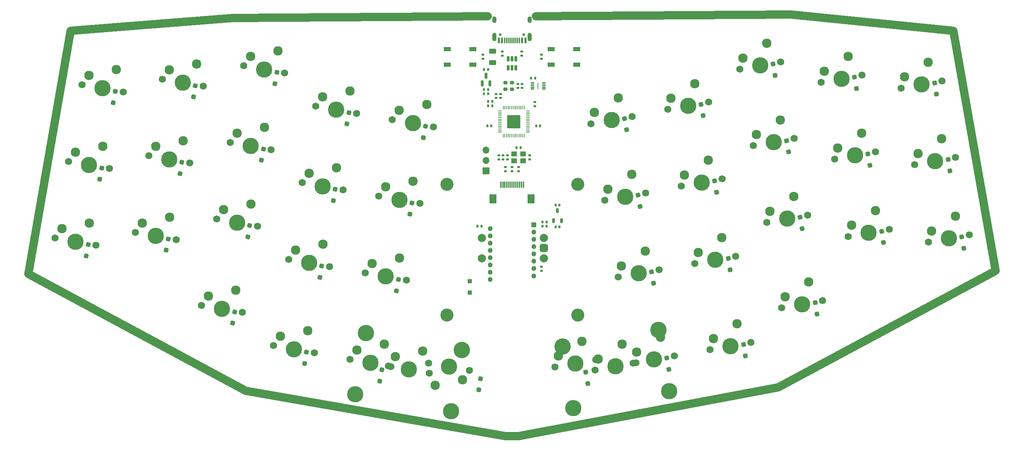
<source format=gbr>
%TF.GenerationSoftware,KiCad,Pcbnew,8.0.8*%
%TF.CreationDate,2025-05-06T21:02:24+02:00*%
%TF.ProjectId,Le Chisoffre,4c652043-6869-4736-9f66-6672652e6b69,rev?*%
%TF.SameCoordinates,Original*%
%TF.FileFunction,Soldermask,Bot*%
%TF.FilePolarity,Negative*%
%FSLAX46Y46*%
G04 Gerber Fmt 4.6, Leading zero omitted, Abs format (unit mm)*
G04 Created by KiCad (PCBNEW 8.0.8) date 2025-05-06 21:02:24*
%MOMM*%
%LPD*%
G01*
G04 APERTURE LIST*
G04 Aperture macros list*
%AMRoundRect*
0 Rectangle with rounded corners*
0 $1 Rounding radius*
0 $2 $3 $4 $5 $6 $7 $8 $9 X,Y pos of 4 corners*
0 Add a 4 corners polygon primitive as box body*
4,1,4,$2,$3,$4,$5,$6,$7,$8,$9,$2,$3,0*
0 Add four circle primitives for the rounded corners*
1,1,$1+$1,$2,$3*
1,1,$1+$1,$4,$5*
1,1,$1+$1,$6,$7*
1,1,$1+$1,$8,$9*
0 Add four rect primitives between the rounded corners*
20,1,$1+$1,$2,$3,$4,$5,0*
20,1,$1+$1,$4,$5,$6,$7,0*
20,1,$1+$1,$6,$7,$8,$9,0*
20,1,$1+$1,$8,$9,$2,$3,0*%
G04 Aperture macros list end*
%ADD10C,2.000000*%
%ADD11C,1.750000*%
%ADD12C,3.987800*%
%ADD13C,2.300000*%
%ADD14C,2.000000*%
%ADD15RoundRect,0.500000X0.500000X0.500000X-0.500000X0.500000X-0.500000X-0.500000X0.500000X-0.500000X0*%
%ADD16C,4.000000*%
%ADD17C,3.200000*%
%ADD18RoundRect,0.250000X0.347537X-0.243348X0.243348X0.347537X-0.347537X0.243348X-0.243348X-0.347537X0*%
%ADD19RoundRect,0.140000X0.170000X-0.140000X0.170000X0.140000X-0.170000X0.140000X-0.170000X-0.140000X0*%
%ADD20RoundRect,0.250000X0.243348X-0.347537X0.347537X0.243348X-0.243348X0.347537X-0.347537X-0.243348X0*%
%ADD21RoundRect,0.200000X-0.275000X0.200000X-0.275000X-0.200000X0.275000X-0.200000X0.275000X0.200000X0*%
%ADD22RoundRect,0.250000X0.300000X-0.300000X0.300000X0.300000X-0.300000X0.300000X-0.300000X-0.300000X0*%
%ADD23R,0.900000X0.300000*%
%ADD24R,0.250000X1.650000*%
%ADD25C,0.650000*%
%ADD26R,0.600000X1.450000*%
%ADD27R,0.300000X1.450000*%
%ADD28O,1.000000X1.600000*%
%ADD29O,1.000000X2.100000*%
%ADD30RoundRect,0.250000X-0.625000X0.375000X-0.625000X-0.375000X0.625000X-0.375000X0.625000X0.375000X0*%
%ADD31RoundRect,0.140000X-0.140000X-0.170000X0.140000X-0.170000X0.140000X0.170000X-0.140000X0.170000X0*%
%ADD32RoundRect,0.135000X0.135000X0.185000X-0.135000X0.185000X-0.135000X-0.185000X0.135000X-0.185000X0*%
%ADD33RoundRect,0.150000X0.150000X-0.450000X0.150000X0.450000X-0.150000X0.450000X-0.150000X-0.450000X0*%
%ADD34RoundRect,0.140000X0.140000X0.170000X-0.140000X0.170000X-0.140000X-0.170000X0.140000X-0.170000X0*%
%ADD35RoundRect,0.050000X0.387500X0.050000X-0.387500X0.050000X-0.387500X-0.050000X0.387500X-0.050000X0*%
%ADD36RoundRect,0.050000X0.050000X0.387500X-0.050000X0.387500X-0.050000X-0.387500X0.050000X-0.387500X0*%
%ADD37RoundRect,0.144000X1.456000X1.456000X-1.456000X1.456000X-1.456000X-1.456000X1.456000X-1.456000X0*%
%ADD38R,1.700000X1.000000*%
%ADD39RoundRect,0.135000X-0.185000X0.135000X-0.185000X-0.135000X0.185000X-0.135000X0.185000X0.135000X0*%
%ADD40RoundRect,0.150000X0.150000X-0.512500X0.150000X0.512500X-0.150000X0.512500X-0.150000X-0.512500X0*%
%ADD41RoundRect,0.135000X0.185000X-0.135000X0.185000X0.135000X-0.185000X0.135000X-0.185000X-0.135000X0*%
%ADD42R,1.400000X1.200000*%
%ADD43RoundRect,0.150000X0.150000X-0.587500X0.150000X0.587500X-0.150000X0.587500X-0.150000X-0.587500X0*%
%ADD44RoundRect,0.140000X-0.170000X0.140000X-0.170000X-0.140000X0.170000X-0.140000X0.170000X0.140000X0*%
%ADD45R,0.300000X1.600000*%
%ADD46R,1.800000X2.200000*%
%ADD47R,1.700000X1.700000*%
%ADD48O,1.700000X1.700000*%
%ADD49RoundRect,0.135000X-0.135000X-0.185000X0.135000X-0.185000X0.135000X0.185000X-0.135000X0.185000X0*%
%ADD50R,1.200000X1.200000*%
%ADD51C,1.200000*%
G04 APERTURE END LIST*
D10*
X144904355Y-32179278D02*
X82550000Y-32543750D01*
X149225000Y-134937500D02*
X152400000Y-134937500D01*
X85725000Y-123825000D02*
X149225000Y-134937500D01*
X32543750Y-95250000D02*
X85725000Y-123825000D01*
X42862500Y-35718750D02*
X32543297Y-95249922D01*
X82550000Y-32543750D02*
X42862500Y-35718750D01*
X219075000Y-31750000D02*
X156684663Y-32117373D01*
X258762500Y-35718750D02*
X219075000Y-31750000D01*
X269081250Y-94456250D02*
X258762500Y-35718750D01*
X215900000Y-123031250D02*
X269081250Y-94456250D01*
X152400000Y-134937500D02*
X215900000Y-123031250D01*
D11*
%TO.C,MX17*%
X192178612Y-73706304D03*
D12*
X197181435Y-72824171D03*
D11*
X202184258Y-71942038D03*
D13*
X192988251Y-70984359D03*
X198800714Y-67380281D03*
%TD*%
D11*
%TO.C,MX28*%
X213089398Y-82592687D03*
D12*
X218092221Y-81710554D03*
D11*
X223095044Y-80828421D03*
D13*
X213899037Y-79870742D03*
X219711500Y-76266664D03*
%TD*%
D11*
%TO.C,MX25*%
X114931578Y-94964223D03*
D12*
X119934401Y-95846356D03*
D11*
X124937224Y-96728489D03*
D13*
X116623350Y-92683345D03*
X123317945Y-91284599D03*
%TD*%
D11*
%TO.C,MX20*%
X249287374Y-68472457D03*
D12*
X254290197Y-67590324D03*
D11*
X259293020Y-66708191D03*
D13*
X250097013Y-65750512D03*
X255909476Y-62146434D03*
%TD*%
D11*
%TO.C,MX35*%
X199241187Y-113760158D03*
D12*
X204244010Y-112878025D03*
D11*
X209246833Y-111995892D03*
D13*
X200050826Y-111038213D03*
X205863289Y-107434135D03*
%TD*%
D11*
%TO.C,MX9*%
X226391789Y-48329720D03*
D12*
X231394612Y-47447587D03*
D11*
X236397435Y-46565454D03*
D13*
X227201428Y-45607775D03*
X233013891Y-42003697D03*
%TD*%
D14*
%TO.C,SW2*%
X158612500Y-91400000D03*
X158612500Y-86400000D03*
D15*
X158612500Y-88900000D03*
D14*
X143412500Y-86400000D03*
X143412500Y-91400000D03*
%TD*%
D11*
%TO.C,MX8*%
X206473403Y-45071512D03*
D12*
X211476226Y-44189379D03*
D11*
X216479049Y-43307246D03*
D13*
X207283042Y-42349567D03*
X213095505Y-38745489D03*
%TD*%
D11*
%TO.C,MX24*%
X96170990Y-91656225D03*
D12*
X101173813Y-92538358D03*
D11*
X106176636Y-93420491D03*
D13*
X97862762Y-89375347D03*
X104557357Y-87976601D03*
%TD*%
D11*
%TO.C,MX39*%
X161297358Y-118012792D03*
D12*
X166300181Y-117130659D03*
D11*
X171303004Y-116248526D03*
D13*
X162106997Y-115290847D03*
X167919460Y-111686769D03*
%TD*%
D11*
%TO.C,MX11*%
X42370225Y-67661791D03*
D12*
X47373048Y-68543924D03*
D11*
X52375871Y-69426057D03*
D13*
X44061997Y-65380913D03*
X50756592Y-63982167D03*
%TD*%
D11*
%TO.C,MX15*%
X118239576Y-76203635D03*
D12*
X123242399Y-77085768D03*
D11*
X128245222Y-77967901D03*
D13*
X119931348Y-73922757D03*
X126625943Y-72524011D03*
%TD*%
D11*
%TO.C,MX26*%
X176759102Y-95962495D03*
D12*
X181761925Y-95080362D03*
D11*
X186764748Y-94198229D03*
D13*
X177568741Y-93240550D03*
X183381204Y-89636472D03*
%TD*%
D11*
%TO.C,MX19*%
X229699787Y-67090308D03*
D12*
X234702610Y-66208175D03*
D11*
X239705433Y-65326042D03*
D13*
X230509426Y-64368363D03*
X236321889Y-60764285D03*
%TD*%
D11*
%TO.C,MX38*%
X140371298Y-118833195D03*
D12*
X135368475Y-117951062D03*
D11*
X130365652Y-117068929D03*
D13*
X138679526Y-121114073D03*
X131984931Y-122512819D03*
%TD*%
D11*
%TO.C,MX37*%
X111191565Y-116106005D03*
D12*
X116194388Y-116988138D03*
D11*
X121197211Y-117870271D03*
D13*
X112883337Y-113825127D03*
X119577932Y-112426381D03*
%TD*%
D11*
%TO.C,MX6*%
X170143106Y-58441320D03*
D12*
X175145929Y-57559187D03*
D11*
X180148752Y-56677054D03*
D13*
X170952745Y-55719375D03*
X176765208Y-52115297D03*
%TD*%
D11*
%TO.C,MX5*%
X121547573Y-57443048D03*
D12*
X126550396Y-58325181D03*
D11*
X131553219Y-59207314D03*
D13*
X123239345Y-55162170D03*
X129933940Y-53763424D03*
%TD*%
D11*
%TO.C,MX12*%
X61957812Y-66279642D03*
D12*
X66960635Y-67161775D03*
D11*
X71963458Y-68043908D03*
D13*
X63649584Y-63998764D03*
X70344179Y-62600018D03*
%TD*%
D11*
%TO.C,MX23*%
X78568202Y-81782022D03*
D12*
X83571025Y-82664155D03*
D11*
X88573848Y-83546288D03*
D13*
X80259974Y-79501144D03*
X86954569Y-78102398D03*
%TD*%
D11*
%TO.C,MX29*%
X233040865Y-86038502D03*
D12*
X238043688Y-85156369D03*
D11*
X243046511Y-84274236D03*
D13*
X233850504Y-83316557D03*
X239662967Y-79712479D03*
%TD*%
D11*
%TO.C,MX14*%
X99478988Y-72895638D03*
D12*
X104481811Y-73777771D03*
D11*
X109484634Y-74659904D03*
D13*
X101170760Y-70614760D03*
X107865355Y-69216014D03*
%TD*%
D16*
%TO.C,S2*%
X186611552Y-108905707D03*
X163160817Y-113040704D03*
D12*
X165807215Y-128049174D03*
X189257951Y-123914178D03*
%TD*%
D11*
%TO.C,MX2*%
X65265810Y-47519054D03*
D12*
X70268633Y-48401187D03*
D11*
X75271456Y-49283320D03*
D13*
X66957582Y-45238176D03*
X73652177Y-43839430D03*
%TD*%
D17*
%TO.C,H4*%
X166859205Y-105283250D03*
%TD*%
D11*
%TO.C,MX3*%
X85184197Y-44260847D03*
D12*
X90187020Y-45142980D03*
D11*
X95189843Y-46025113D03*
D13*
X86875969Y-41979969D03*
X93570564Y-40581223D03*
%TD*%
D11*
%TO.C,MX30*%
X252628452Y-87420651D03*
D12*
X257631275Y-86538518D03*
D11*
X262634098Y-85656385D03*
D13*
X253438091Y-84698706D03*
X259250554Y-81094628D03*
%TD*%
D11*
%TO.C,MX7*%
X188870614Y-54945716D03*
D12*
X193873437Y-54063583D03*
D11*
X198876260Y-53181450D03*
D13*
X189680253Y-52223771D03*
X195492716Y-48619693D03*
%TD*%
D11*
%TO.C,MX22*%
X58649815Y-85040230D03*
D12*
X63652638Y-85922363D03*
D11*
X68655461Y-86804496D03*
D13*
X60341587Y-82759352D03*
X67036182Y-81360606D03*
%TD*%
D11*
%TO.C,MX36*%
X216777816Y-103510743D03*
D12*
X221780639Y-102628610D03*
D11*
X226783462Y-101746477D03*
D13*
X217587455Y-100788798D03*
X223399918Y-97184720D03*
%TD*%
D11*
%TO.C,MX34*%
X171096294Y-118734221D03*
D12*
X176099117Y-117852088D03*
D11*
X181101940Y-116969955D03*
D13*
X171905933Y-116012276D03*
X177718396Y-112408198D03*
%TD*%
D17*
%TO.C,H3*%
X134853935Y-105290620D03*
%TD*%
D11*
%TO.C,MX31*%
X74846704Y-102887683D03*
D12*
X79849527Y-103769816D03*
D11*
X84852350Y-104651949D03*
D13*
X76538476Y-100606805D03*
X83233071Y-99208059D03*
%TD*%
D11*
%TO.C,MX21*%
X39062227Y-86422379D03*
D12*
X44065050Y-87304512D03*
D11*
X49067873Y-88186645D03*
D13*
X40753999Y-84141501D03*
X47448594Y-82742755D03*
%TD*%
D11*
%TO.C,MX10*%
X245979377Y-49711870D03*
D12*
X250982200Y-48829737D03*
D11*
X255985023Y-47947604D03*
D13*
X246789016Y-46989925D03*
X252601479Y-43385847D03*
%TD*%
D11*
%TO.C,MX33*%
X120580213Y-117738224D03*
D12*
X125583036Y-118620357D03*
D11*
X130585859Y-119502490D03*
D13*
X122271985Y-115457346D03*
X128966580Y-114058600D03*
%TD*%
D11*
%TO.C,MX4*%
X102786986Y-54135050D03*
D12*
X107789809Y-55017183D03*
D11*
X112792632Y-55899316D03*
D13*
X104478758Y-51854172D03*
X111173353Y-50455426D03*
%TD*%
D11*
%TO.C,MX32*%
X92449493Y-112761887D03*
D12*
X97452316Y-113644020D03*
D11*
X102455139Y-114526153D03*
D13*
X94141265Y-110481009D03*
X100835860Y-109082263D03*
%TD*%
D17*
%TO.C,H2*%
X166855645Y-73278740D03*
%TD*%
D16*
%TO.C,S1*%
X138521336Y-113808973D03*
X115070601Y-109673976D03*
D12*
X135874938Y-128817444D03*
X112424203Y-124682446D03*
%TD*%
D11*
%TO.C,MX13*%
X81876199Y-63021434D03*
D12*
X86879022Y-63903567D03*
D11*
X91881845Y-64785700D03*
D13*
X83567971Y-60740556D03*
X90262566Y-59341810D03*
%TD*%
D11*
%TO.C,MX40*%
X180471445Y-117049868D03*
D12*
X185474268Y-116167735D03*
D11*
X190477091Y-115285602D03*
D13*
X181281084Y-114327923D03*
X187093547Y-110723845D03*
%TD*%
D11*
%TO.C,MX16*%
X173451104Y-77201907D03*
D12*
X178453927Y-76319774D03*
D11*
X183456750Y-75437641D03*
D13*
X174260743Y-74479962D03*
X180073206Y-70875884D03*
%TD*%
D11*
%TO.C,MX1*%
X45678223Y-48901204D03*
D12*
X50681046Y-49783337D03*
D11*
X55683869Y-50665470D03*
D13*
X47369995Y-46620326D03*
X54064590Y-45221580D03*
%TD*%
D11*
%TO.C,MX18*%
X209781400Y-63832099D03*
D12*
X214784223Y-62949966D03*
D11*
X219787046Y-62067833D03*
D13*
X210591039Y-61110154D03*
X216403502Y-57506076D03*
%TD*%
D11*
%TO.C,MX27*%
X195519690Y-92654497D03*
D12*
X200522513Y-91772364D03*
D11*
X205525336Y-90890231D03*
D13*
X196329329Y-89932552D03*
X202141792Y-86328474D03*
%TD*%
D17*
%TO.C,H1*%
X134848345Y-73297790D03*
%TD*%
D18*
%TO.C,D28*%
X221737759Y-84101334D03*
X221251545Y-81343872D03*
%TD*%
%TO.C,D35*%
X207889548Y-115268805D03*
X207403334Y-112511343D03*
%TD*%
D19*
%TO.C,C15*%
X156368750Y-54141250D03*
X156368750Y-53181250D03*
%TD*%
D18*
%TO.C,D16*%
X182099465Y-78710554D03*
X181613251Y-75953092D03*
%TD*%
D20*
%TO.C,D32*%
X100060307Y-117137466D03*
X100546521Y-114380004D03*
%TD*%
D21*
%TO.C,R7*%
X150812500Y-48387500D03*
X150812500Y-50037500D03*
%TD*%
D18*
%TO.C,D40*%
X189119806Y-118558515D03*
X188633592Y-115801053D03*
%TD*%
%TO.C,D27*%
X204168051Y-94163144D03*
X203681837Y-91405682D03*
%TD*%
D20*
%TO.C,D25*%
X122542392Y-99339802D03*
X123028606Y-96582340D03*
%TD*%
D21*
%TO.C,R8*%
X149225000Y-48387500D03*
X149225000Y-50037500D03*
%TD*%
D20*
%TO.C,D2*%
X72876624Y-51894633D03*
X73362838Y-49137171D03*
%TD*%
%TO.C,D4*%
X110397800Y-58510629D03*
X110884014Y-55753167D03*
%TD*%
%TO.C,D11*%
X49981039Y-72037370D03*
X50467253Y-69279908D03*
%TD*%
D19*
%TO.C,C4*%
X147968732Y-52116199D03*
X147968732Y-51156199D03*
%TD*%
D22*
%TO.C,D41*%
X140493750Y-99825000D03*
X140493750Y-97025000D03*
%TD*%
D20*
%TO.C,D31*%
X82457518Y-107263262D03*
X82943732Y-104505800D03*
%TD*%
D23*
%TO.C,IC1*%
X158562500Y-48462500D03*
X158562500Y-48962500D03*
X158562500Y-49462500D03*
X158562500Y-49962500D03*
X155762500Y-49962500D03*
X155762500Y-49462500D03*
X155762500Y-48962500D03*
X155762500Y-48462500D03*
D24*
X157162500Y-49212500D03*
%TD*%
D18*
%TO.C,D10*%
X254627738Y-51220517D03*
X254141524Y-48463055D03*
%TD*%
%TO.C,D8*%
X215121764Y-46580159D03*
X214635550Y-43822697D03*
%TD*%
D25*
%TO.C,J1*%
X147922500Y-36655000D03*
X153702500Y-36655000D03*
D26*
X147562500Y-38100000D03*
X148362500Y-38100000D03*
D27*
X149562500Y-38100000D03*
X150562500Y-38100000D03*
X151062500Y-38100000D03*
X152062500Y-38100000D03*
D26*
X153262500Y-38100000D03*
X154062500Y-38100000D03*
X154062500Y-38100000D03*
X153262500Y-38100000D03*
D27*
X152562500Y-38100000D03*
X151562500Y-38100000D03*
X150062500Y-38100000D03*
X149062500Y-38100000D03*
D26*
X148362500Y-38100000D03*
X147562500Y-38100000D03*
D28*
X146492500Y-33005000D03*
D29*
X146492500Y-37185000D03*
D28*
X155132500Y-33005000D03*
D29*
X155132500Y-37185000D03*
%TD*%
D18*
%TO.C,D39*%
X169311857Y-122028731D03*
X168825643Y-119271269D03*
%TD*%
D30*
%TO.C,F1*%
X146050000Y-40668750D03*
X146050000Y-43468750D03*
%TD*%
D18*
%TO.C,D6*%
X178791467Y-59949967D03*
X178305253Y-57192505D03*
%TD*%
D31*
%TO.C,C16*%
X143982500Y-45143750D03*
X144942500Y-45143750D03*
%TD*%
D32*
%TO.C,R10*%
X143385000Y-83543750D03*
X142365000Y-83543750D03*
%TD*%
D18*
%TO.C,D18*%
X218429761Y-65340746D03*
X217943547Y-62583284D03*
%TD*%
D20*
%TO.C,D15*%
X125850390Y-80579214D03*
X126336604Y-77821752D03*
%TD*%
D33*
%TO.C,U4*%
X162875000Y-82162500D03*
X160975000Y-82162500D03*
X161925000Y-79762500D03*
%TD*%
D34*
%TO.C,C20*%
X162405248Y-78331937D03*
X161445248Y-78331937D03*
%TD*%
D35*
%TO.C,U3*%
X154680000Y-55343750D03*
X154680000Y-55743750D03*
X154680000Y-56143750D03*
X154680000Y-56543750D03*
X154680000Y-56943750D03*
X154680000Y-57343750D03*
X154680000Y-57743750D03*
X154680000Y-58143750D03*
X154680000Y-58543750D03*
X154680000Y-58943750D03*
X154680000Y-59343750D03*
X154680000Y-59743750D03*
X154680000Y-60143750D03*
X154680000Y-60543750D03*
D36*
X153842500Y-61381250D03*
X153442500Y-61381250D03*
X153042500Y-61381250D03*
X152642500Y-61381250D03*
X152242500Y-61381250D03*
X151842500Y-61381250D03*
X151442500Y-61381250D03*
X151042500Y-61381250D03*
X150642500Y-61381250D03*
X150242500Y-61381250D03*
X149842500Y-61381250D03*
X149442500Y-61381250D03*
X149042500Y-61381250D03*
X148642500Y-61381250D03*
D35*
X147805000Y-60543750D03*
X147805000Y-60143750D03*
X147805000Y-59743750D03*
X147805000Y-59343750D03*
X147805000Y-58943750D03*
X147805000Y-58543750D03*
X147805000Y-58143750D03*
X147805000Y-57743750D03*
X147805000Y-57343750D03*
X147805000Y-56943750D03*
X147805000Y-56543750D03*
X147805000Y-56143750D03*
X147805000Y-55743750D03*
X147805000Y-55343750D03*
D36*
X148642500Y-54506250D03*
X149042500Y-54506250D03*
X149442500Y-54506250D03*
X149842500Y-54506250D03*
X150242500Y-54506250D03*
X150642500Y-54506250D03*
X151042500Y-54506250D03*
X151442500Y-54506250D03*
X151842500Y-54506250D03*
X152242500Y-54506250D03*
X152642500Y-54506250D03*
X153042500Y-54506250D03*
X153442500Y-54506250D03*
X153842500Y-54506250D03*
D37*
X151242500Y-57943750D03*
%TD*%
D34*
%TO.C,C11*%
X145743796Y-58948805D03*
X144783796Y-58948805D03*
%TD*%
%TO.C,C19*%
X159230000Y-83543750D03*
X158270000Y-83543750D03*
%TD*%
D18*
%TO.C,D36*%
X225426177Y-105019390D03*
X224939963Y-102261928D03*
%TD*%
%TO.C,D19*%
X238348148Y-68598955D03*
X237861934Y-65841493D03*
%TD*%
D20*
%TO.C,D38*%
X142631893Y-123616231D03*
X143118107Y-120858769D03*
%TD*%
D38*
%TO.C,SW1*%
X160362500Y-43968750D03*
X166662500Y-43968750D03*
X160362500Y-40168750D03*
X166662500Y-40168750D03*
%TD*%
D39*
%TO.C,R12*%
X152400000Y-69056250D03*
X152400000Y-70076250D03*
%TD*%
D19*
%TO.C,C2*%
X155127910Y-67155957D03*
X155127910Y-66195957D03*
%TD*%
D34*
%TO.C,C17*%
X144942500Y-51100000D03*
X143982500Y-51100000D03*
%TD*%
D18*
%TO.C,D7*%
X197518975Y-56454363D03*
X197032761Y-53696901D03*
%TD*%
D31*
%TO.C,C18*%
X158270000Y-82550000D03*
X159230000Y-82550000D03*
%TD*%
D20*
%TO.C,D13*%
X89487013Y-67397013D03*
X89973227Y-64639551D03*
%TD*%
D18*
%TO.C,D17*%
X200826973Y-75214951D03*
X200340759Y-72457489D03*
%TD*%
D19*
%TO.C,C8*%
X146940809Y-52126373D03*
X146940809Y-51166373D03*
%TD*%
D20*
%TO.C,D12*%
X69568626Y-70655221D03*
X70054840Y-67897759D03*
%TD*%
%TO.C,D1*%
X53289037Y-53276783D03*
X53775251Y-50519321D03*
%TD*%
D40*
%TO.C,U1*%
X151762500Y-44793750D03*
X150812500Y-44793750D03*
X149862500Y-44793750D03*
X149862500Y-42518750D03*
X150812500Y-42518750D03*
X151762500Y-42518750D03*
%TD*%
D39*
%TO.C,R13*%
X150812500Y-69056250D03*
X150812500Y-70076250D03*
%TD*%
D31*
%TO.C,C1*%
X155482331Y-47306956D03*
X156442331Y-47306956D03*
%TD*%
D34*
%TO.C,C9*%
X145954723Y-54044548D03*
X144994723Y-54044548D03*
%TD*%
D20*
%TO.C,D23*%
X86179016Y-86157601D03*
X86665230Y-83400139D03*
%TD*%
D39*
%TO.C,R3*%
X148431250Y-40765000D03*
X148431250Y-41785000D03*
%TD*%
D31*
%TO.C,C12*%
X156690046Y-58948805D03*
X157650046Y-58948805D03*
%TD*%
D18*
%TO.C,D29*%
X241689226Y-87547149D03*
X241203012Y-84789687D03*
%TD*%
D41*
%TO.C,R9*%
X157956250Y-94456250D03*
X157956250Y-93436250D03*
%TD*%
D34*
%TO.C,C21*%
X162405000Y-83743750D03*
X161445000Y-83743750D03*
%TD*%
D42*
%TO.C,Y1*%
X151300000Y-65825000D03*
X153500000Y-65825000D03*
X153500000Y-67525000D03*
X151300000Y-67525000D03*
%TD*%
D38*
%TO.C,SWR1*%
X141262500Y-40168750D03*
X134962500Y-40168750D03*
X141262500Y-43968750D03*
X134962500Y-43968750D03*
%TD*%
D34*
%TO.C,C14*%
X145955013Y-52993014D03*
X144995013Y-52993014D03*
%TD*%
D20*
%TO.C,D21*%
X46673041Y-90797958D03*
X47159255Y-88040496D03*
%TD*%
%TO.C,D14*%
X107089802Y-77271217D03*
X107576016Y-74513755D03*
%TD*%
D39*
%TO.C,R5*%
X143668750Y-41558750D03*
X143668750Y-42578750D03*
%TD*%
D20*
%TO.C,D22*%
X66260629Y-89415809D03*
X66746843Y-86658347D03*
%TD*%
D39*
%TO.C,R4*%
X153193750Y-40765000D03*
X153193750Y-41785000D03*
%TD*%
D19*
%TO.C,C3*%
X149682815Y-67155000D03*
X149682815Y-66195000D03*
%TD*%
D18*
%TO.C,D26*%
X185407463Y-97471142D03*
X184921249Y-94713680D03*
%TD*%
D43*
%TO.C,U2*%
X145412500Y-48562500D03*
X143512500Y-48562500D03*
X144462500Y-46687500D03*
%TD*%
D44*
%TO.C,C10*%
X148609539Y-66212358D03*
X148609539Y-67172358D03*
%TD*%
D45*
%TO.C,J2*%
X153562500Y-73406250D03*
X153062500Y-73406250D03*
X152562500Y-73406250D03*
X152062500Y-73406250D03*
X151562500Y-73406250D03*
X151062500Y-73406250D03*
X150562500Y-73406250D03*
X150062500Y-73406250D03*
X149562500Y-73406250D03*
X149062500Y-73406250D03*
X148562500Y-73406250D03*
X148062500Y-73406250D03*
D46*
X155462500Y-76806250D03*
X146162500Y-76806250D03*
%TD*%
D18*
%TO.C,D9*%
X235040150Y-49838367D03*
X234553936Y-47080905D03*
%TD*%
D20*
%TO.C,D24*%
X103781804Y-96031804D03*
X104268018Y-93274342D03*
%TD*%
D31*
%TO.C,C7*%
X143982500Y-50106250D03*
X144942500Y-50106250D03*
%TD*%
D20*
%TO.C,D37*%
X118491255Y-121466809D03*
X118977469Y-118709347D03*
%TD*%
D47*
%TO.C,SWD1*%
X144462500Y-69993750D03*
D48*
X144462500Y-67453750D03*
X144462500Y-64913750D03*
%TD*%
D20*
%TO.C,D5*%
X129158387Y-61818627D03*
X129644601Y-59061165D03*
%TD*%
D19*
%TO.C,C13*%
X152221837Y-49690534D03*
X152221837Y-48730534D03*
%TD*%
D41*
%TO.C,R11*%
X149225000Y-70076250D03*
X149225000Y-69056250D03*
%TD*%
D49*
%TO.C,R6*%
X151890000Y-64293750D03*
X152910000Y-64293750D03*
%TD*%
D20*
%TO.C,D3*%
X92795011Y-48636426D03*
X93281225Y-45878964D03*
%TD*%
D44*
%TO.C,C6*%
X147622780Y-66204935D03*
X147622780Y-67164935D03*
%TD*%
D18*
%TO.C,D20*%
X257935735Y-69981104D03*
X257449521Y-67223642D03*
%TD*%
D41*
%TO.C,R2*%
X157956250Y-42578750D03*
X157956250Y-41558750D03*
%TD*%
D50*
%TO.C,U5*%
X156150243Y-83224438D03*
D51*
X156150243Y-85004438D03*
X156150243Y-86784438D03*
X156150243Y-88564438D03*
X156150243Y-90344438D03*
X156150243Y-92124438D03*
X156150243Y-93904438D03*
X156150243Y-95684438D03*
X145450243Y-96574438D03*
X145450243Y-94794438D03*
X145450243Y-93014438D03*
X145450243Y-91234438D03*
X145450243Y-89454438D03*
X145450243Y-87674438D03*
X145450243Y-85894438D03*
X145450243Y-84114438D03*
%TD*%
D19*
%TO.C,C5*%
X153293750Y-49692500D03*
X153293750Y-48732500D03*
%TD*%
D18*
%TO.C,D30*%
X261276813Y-88929298D03*
X260790599Y-86171836D03*
%TD*%
M02*

</source>
